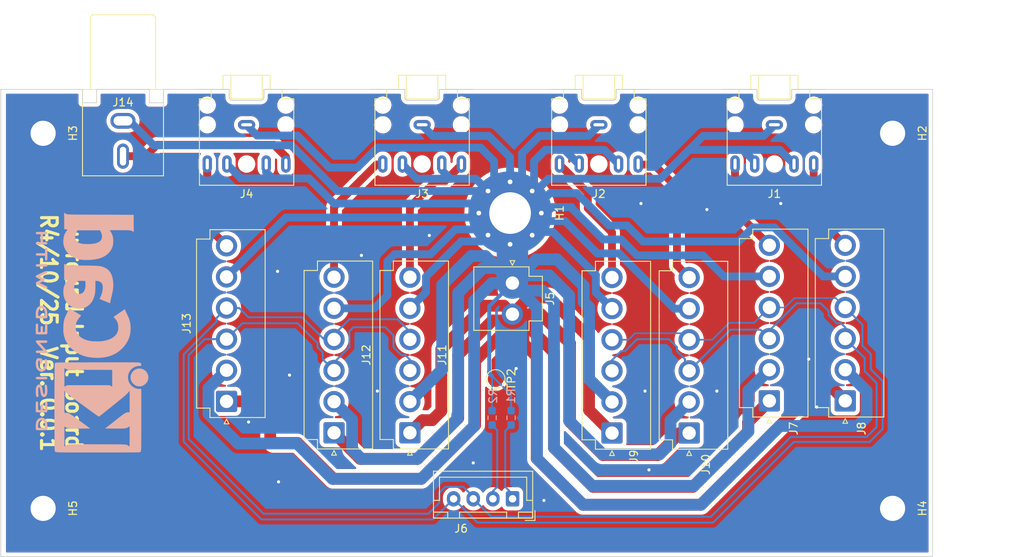
<source format=kicad_pcb>
(kicad_pcb (version 20211014) (generator pcbnew)
  (layers (0 "F.Cu" signal) (31 "B.Cu" signal) (34 "B.Paste" user) (35 "F.Paste" user) (36 "B.SilkS" user "B.Silkscreen") (37 "F.SilkS" user "F.Silkscreen") (38 "B.Mask" user) (39 "F.Mask" user) (44 "Edge.Cuts" user))
  (net 0 "")
  (net 1 "FR+")
  (net 2 "GNDA")
  (net 3 "FL+")
  (net 4 "RR+")
  (net 5 "RL+")
  (net 6 "SR+")
  (net 7 "SL+")
  (net 8 "SW+")
  (net 9 "C+")
  (net 10 "VBUS")
  (net 11 "Net-(J6-Pad1)")
  (net 12 "Net-(J6-Pad2)")
  (net 13 "POWER_EN")
  (net 14 "SND_EN")
  (net 15 "Earth_Clean")
  (footprint "Connector_JST:JST_VH_B6P-VH_1x06_P3.96mm_Vertical" (layer "F.Cu") (at 171.066 103.388 90)
    (fp_text reference "J9")
    (fp_text value "Conn_01x06_Female")
  )
  (footprint "Connector_JST:JST_VH_B2P-VH_1x02_P3.96mm_Vertical" (layer "F.Cu") (at 158.398 84.2955 -90)
    (fp_text reference "J5")
    (fp_text value "Conn_01x02_Female")
  )
  (footprint "MountingHole:MountingHole_3.2mm_M3_DIN965_Pad_TopBottom" (layer "F.Cu") (at 206.756 112.977 -90)
    (fp_text reference "H4")
    (fp_text value "MountingHole")
  )
  (footprint "MountingHole:MountingHole_3.2mm_M3_DIN965_Pad_TopBottom" (layer "F.Cu") (at 98.7044 65.2272 -90)
    (fp_text reference "H3")
    (fp_text value "MountingHole")
  )
  (footprint "MountingHole:MountingHole_3.2mm_M3_DIN965_Pad_TopBottom" (layer "F.Cu") (at 206.756 65.225 -90)
    (fp_text reference "H2")
    (fp_text value "MountingHole")
  )
  (footprint "MountingHole:MountingHole_5.3mm_M5_Pad_Via" (layer "F.Cu") (at 158.102 75.385 -90)
    (fp_text reference "H1")
    (fp_text value "MountingHole_Pad")
  )
  (footprint "Connector_Audio:Jack_3.5mm_CUI_SJ1-3525N_Horizontal" (layer "F.Cu") (at 146.9112 64.1392 180)
    (fp_text reference "J3")
    (fp_text value "AudioJack3_SwitchTR")
    (fp_line (start 2.2 4.5) (end 6.5 4.5) (layer "Edge.Cuts") (width 0.12))
    (fp_line (start 1.8 3.1) (end -1.8 3.1) (layer "Edge.Cuts") (width 0.12))
    (fp_line (start 2.2 3.5) (end 2.2 4.5) (layer "Edge.Cuts") (width 0.12))
    (fp_line (start -2.2 3.5) (end -2.2 4.5) (layer "Edge.Cuts") (width 0.12))
    (fp_line (start -2.2 4.5) (end -6.5 4.5) (layer "Edge.Cuts") (width 0.12))
    (fp_arc (start -2.2 3.5) (mid -2.082842 3.217158) (end -1.8 3.1) (layer "Edge.Cuts") (width 0.12))
    (fp_arc (start 1.8 3.1) (mid 2.082843 3.217157) (end 2.2 3.5) (layer "Edge.Cuts") (width 0.12))
  )
  (footprint "Connector_JST:JST_VH_B6P-VH_1x06_P3.96mm_Vertical" (layer "F.Cu") (at 122.034 99.353 90)
    (fp_text reference "J13")
    (fp_text value "Conn_01x06_Female" hide)
  )
  (footprint "Connector_Audio:Jack_3.5mm_CUI_SJ1-3525N_Horizontal" (layer "F.Cu") (at 191.7168 64.1392 180)
    (fp_text reference "J1")
    (fp_text value "AudioJack3_SwitchTR")
    (fp_line (start 1.8 3.1) (end -1.8 3.1) (layer "Edge.Cuts") (width 0.12))
    (fp_line (start -2.2 4.5) (end -6.5 4.5) (layer "Edge.Cuts") (width 0.12))
    (fp_line (start 2.2 4.5) (end 6.5 4.5) (layer "Edge.Cuts") (width 0.12))
    (fp_line (start 2.2 3.5) (end 2.2 4.5) (layer "Edge.Cuts") (width 0.12))
    (fp_line (start -2.2 3.5) (end -2.2 4.5) (layer "Edge.Cuts") (width 0.12))
    (fp_arc (start 1.8 3.1) (mid 2.082843 3.217157) (end 2.2 3.5) (layer "Edge.Cuts") (width 0.12))
    (fp_arc (start -2.2 3.5) (mid -2.082842 3.217158) (end -1.8 3.1) (layer "Edge.Cuts") (width 0.12))
  )
  (footprint "Connector_Audio:Jack_3.5mm_CUI_SJ1-3525N_Horizontal" (layer "F.Cu") (at 169.3902 64.1392 180)
    (fp_text reference "J2")
    (fp_text value "AudioJack3_SwitchTR")
    (fp_line (start 1.8 3.1) (end -1.8 3.1) (layer "Edge.Cuts") (width 0.12))
    (fp_line (start 2.2 4.5) (end 6.5 4.5) (layer "Edge.Cuts") (width 0.12))
    (fp_line (start -2.2 4.5) (end -6.5 4.5) (layer "Edge.Cuts") (width 0.12))
    (fp_line (start -2.2 3.5) (end -2.2 4.5) (layer "Edge.Cuts") (width 0.12))
    (fp_line (start 2.2 3.5) (end 2.2 4.5) (layer "Edge.Cuts") (width 0.12))
    (fp_arc (start 1.8 3.1) (mid 2.082843 3.217157) (end 2.2 3.5) (layer "Edge.Cuts") (width 0.12))
    (fp_arc (start -2.2 3.5) (mid -2.082842 3.217158) (end -1.8 3.1) (layer "Edge.Cuts") (width 0.12))
  )
  (footprint "Connector_JST:JST_VH_B6P-VH_1x06_P3.96mm_Vertical" (layer "F.Cu") (at 135.708 103.3505 90)
    (fp_text reference "J12")
    (fp_text value "Conn_01x06_Female")
  )
  (footprint "MountingHole:MountingHole_3.2mm_M3_DIN965_Pad_TopBottom" (layer "F.Cu") (at 98.7044 112.9792 -90)
    (fp_text reference "H5")
    (fp_text value "MountingHole")
  )
  (footprint "Connector_JST:JST_XH_B4B-XH-A_1x04_P2.50mm_Vertical" (layer "F.Cu") (at 158.416 111.76 180)
    (fp_text reference "J6")
    (fp_text value "Conn_01x04_Female")
  )
  (footprint "Connector_JST:JST_VH_B6P-VH_1x06_P3.96mm_Vertical" (layer "F.Cu") (at 145.36 103.3505 90)
    (fp_text reference "J11")
    (fp_text value "Conn_01x06_Female")
  )
  (footprint "Connector_JST:JST_VH_B6P-VH_1x06_P3.96mm_Vertical" (layer "F.Cu") (at 180.878 103.388 90)
    (fp_text reference "J10")
    (fp_text value "Conn_01x06_Female")
  )
  (footprint "TestPoint:TestPoint_Pad_D2.0mm" (layer "F.Cu") (at 156.2608 96.52 -90)
    (fp_text reference "TP2")
    (fp_text value "TestPoint")
  )
  (footprint "Connector_Audio:Jack_3.5mm_CUI_SJ1-3525N_Horizontal" (layer "F.Cu") (at 124.5846 64.1392 180)
    (fp_text reference "J4")
    (fp_text value "AudioJack3_SwitchTR")
    (fp_line (start 2.2 3.5) (end 2.2 4.5) (layer "Edge.Cuts") (width 0.12))
    (fp_line (start -2.2 4.5) (end -6.5 4.5) (layer "Edge.Cuts") (width 0.12))
    (fp_line (start 1.8 3.1) (end -1.8 3.1) (layer "Edge.Cuts") (width 0.12))
    (fp_line (start 2.2 4.5) (end 6.5 4.5) (layer "Edge.Cuts") (width 0.12))
    (fp_line (start -2.2 3.5) (end -2.2 4.5) (layer "Edge.Cuts") (width 0.12))
    (fp_arc (start -2.2 3.5) (mid -2.082842 3.217158) (end -1.8 3.1) (layer "Edge.Cuts") (width 0.12))
    (fp_arc (start 1.8 3.1) (mid 2.082843 3.217157) (end 2.2 3.5) (layer "Edge.Cuts") (width 0.12))
  )
  (footprint "Connector_JST:JST_VH_B6P-VH_1x06_P3.96mm_Vertical" (layer "F.Cu") (at 200.732 99.2865 90)
    (fp_text reference "J8")
    (fp_text value "Conn_01x06_Female")
  )
  (footprint "mylib:RJ-2410N" (layer "F.Cu") (at 108.8644 59.6392)
    (fp_text reference "J14")
    (fp_text value "Conn_Coaxial")
    (fp_line (start -5.15 0) (end -5.65 0) (layer "Edge.Cuts") (width 0.1))
    (fp_line (start 5.15 1.7) (end 5.15 0) (layer "Edge.Cuts") (width 0.1))
    (fp_line (start -3.35 0) (end -3.35 1.7) (layer "Edge.Cuts") (width 0.1))
    (fp_line (start 3.35 1.7) (end 3.35 0) (layer "Edge.Cuts") (width 0.1))
    (fp_line (start -3.35 1.7) (end -5.15 1.7) (layer "Edge.Cuts") (width 0.1))
    (fp_line (start -5.15 1.7) (end -5.15 0) (layer "Edge.Cuts") (width 0.1))
    (fp_line (start 5.15 0) (end 5.65 0) (layer "Edge.Cuts") (width 0.1))
    (fp_line (start -3.35 0) (end 3.35 0) (layer "Edge.Cuts") (width 0.1))
    (fp_line (start 5.15 1.7) (end 3.35 1.7) (layer "Edge.Cuts") (width 0.1))
  )
  (footprint "Connector_JST:JST_VH_B6P-VH_1x06_P3.96mm_Vertical" (layer "F.Cu") (at 191.08 99.2865 90)
    (fp_text reference "J7")
    (fp_text value "Conn_01x06_Female")
  )
  (footprint "Symbol:KiCad-Logo2_12mm_SilkScreen" (layer "B.Cu") (at 106.160294 90.616693 90)
    (fp_text reference "LOGO1" hide)
    (fp_text value "Logo_Open_Hardware_Small" hide)
  )
  (footprint "Resistor_SMD:R_0603_1608Metric_Pad0.98x0.95mm_HandSolder" (layer "B.Cu") (at 158.229 101.4495 -90)
    (fp_text reference "R1")
    (fp_text value "R" hide)
  )
  (footprint "Resistor_SMD:R_0603_1608Metric_Pad0.98x0.95mm_HandSolder" (layer "B.Cu") (at 155.816 101.4495 -90)
    (fp_text reference "R2")
    (fp_text value "R" hide)
  )
  (gr_line (start 211.836 119.1006) (end 211.836 59.6392) (layer "Edge.Cuts") (width 0.1))
  (gr_line (start 118.0846 59.6392) (end 114.5144 59.6392) (layer "Edge.Cuts") (width 0.1))
  (gr_line (start 93.3196 59.6392) (end 93.3196 119.1006) (layer "Edge.Cuts") (width 0.1))
  (gr_line (start 131.0846 59.6392) (end 140.4112 59.6392) (layer "Edge.Cuts") (width 0.1))
  (gr_line (start 198.2168 59.6392) (end 211.836 59.6392) (layer "Edge.Cuts") (width 0.1))
  (gr_line (start 93.3196 119.1006) (end 211.836 119.1006) (layer "Edge.Cuts") (width 0.1))
  (gr_line (start 103.2144 59.6392) (end 93.3196 59.6392) (layer "Edge.Cuts") (width 0.1))
  (gr_line (start 175.8902 59.6392) (end 185.2168 59.6392) (layer "Edge.Cuts") (width 0.1))
  (gr_line (start 153.4112 59.6392) (end 162.8902 59.6392) (layer "Edge.Cuts") (width 0.1))
  (gr_text "Surround Input Board\nR4/10/25  Ver. 0.0.1" (at 101.0158 90.6272 -90) (layer "F.SilkS") (effects (font (size 2 1.8) (thickness 0.4))))
  (segment (start 196.71 75.4645) (end 200.732 79.4865) (width 1) (layer "F.Cu") (net 1))
  (segment (start 196.71 75.4645) (end 196.7168 75.4577) (width 1) (layer "F.Cu") (net 1))
  (segment (start 196.7168 75.4577) (end 196.7168 69.1392) (width 1) (layer "F.Cu") (net 1))
  (segment (start 188.41525 103.17675) (end 181.483 110.109) (width 1.5) (layer "B.Cu") (net 2))
  (segment (start 187.4304 67.3392) (end 192.4168 67.3392) (width 1) (layer "B.Cu") (net 2))
  (segment (start 151.384 101.092) (end 151.384 101.6) (width 1.5) (layer "B.Cu") (net 2))
  (segment (start 192.405 102.489) (end 202.311 102.489) (width 1.5) (layer "B.Cu") (net 2))
  (segment (start 147.41 83.476) (end 147.41 85.4605) (width 1) (layer "B.Cu") (net 2))
  (segment (start 155.448 95.504) (end 155.448 87.2455) (width 0.5) (layer "B.Cu") (net 2))
  (segment (start 146.926 64.209) (end 148.276001 65.559001) (width 1) (layer "B.Cu") (net 2))
  (segment (start 155.448 95.758) (end 155.448 95.504) (width 0.5) (layer "B.Cu") (net 2))
  (segment (start 161.8031 68.1279) (end 162.5918 67.3392) (width 1) (layer "B.Cu") (net 2))
  (segment (start 154.345 67.056) (end 156.07 68.781) (width 1) (layer "B.Cu") (net 2))
  (segment (start 158.229 98.539) (end 155.448 95.758) (width 0.25) (layer "B.Cu") (net 2))
  (segment (start 169.875972 106.095028) (end 177.114972 106.095028) (width 1.5) (layer "B.Cu") (net 2))
  (segment (start 159.363 85.2605) (end 158.398 84.2955) (width 1.5) (layer "B.Cu") (net 2))
  (segment (start 180.1292 68.0898) (end 177.21 71.009) (width 1) (layer "B.Cu") (net 2))
  (segment (start 123.874 70.969) (end 126.135 70.969) (width 1) (layer "B.Cu") (net 2))
  (segment (start 156.07 68.781) (end 156.07 73.353) (width 1) (layer "B.Cu") (net 2))
  (segment (start 130.302 66.7512) (end 136.125051 72.574251) (width 1) (layer "B.Cu") (net 2))
  (segment (start 158.102 73.353) (end 158.61 73.861) (width 1) (layer "B.Cu") (net 2))
  (segment (start 165.024891 67.3392) (end 166.894691 69.209) (width 1) (layer "B.Cu") (net 2))
  (segment (start 109.7148 63.69) (end 112.776 66.7512) (width 1) (layer "B.Cu") (net 2))
  (segment (start 135.128 69.596) (end 138.684 69.596) (width 1) (layer "B.Cu") (net 2))
  (segment (start 165.915 74.729) (end 169.926 78.74) (width 1) (layer "B.Cu") (net 2))
  (segment (start 162.986 71.009) (end 159.88 74.115) (width 1) (layer "B.Cu") (net 2))
  (segment (start 161.8031 68.1279) (end 161.15 68.781) (width 1) (layer "B.Cu") (net 2))
  (segment (start 180.1292 68.0898) (end 180.8798 67.3392) (width 1) (layer "B.Cu") (net 2))
  (segment (start 141.224 67.056) (end 154.345 67.056) (width 1) (layer "B.Cu") (net 2))
  (segment (start 128.8085 76.7385) (end 129.4435 76.1035) (width 1) (layer "B.Cu") (net 2))
  (segment (start 191.71 64.209) (end 190.353999 65.565001) (width 1) (layer "B.Cu") (net 2))
  (segment (start 168.04469 65.559001) (end 161.831999 65.559001) (width 1) (layer "B.Cu") (net 2))
  (segment (start 153.53 102.502) (end 146.812 109.22) (width 1.5) (layer "B.Cu") (net 2))
  (segment (start 122.034 83.513) (end 128.8085 76.7385) (width 1) (layer "B.Cu") (net 2))
  (segment (start 155.816 96.152) (end 155.816 96.126) (width 0.2) (layer "B.Cu") (net 2))
  (segment (start 112.776 66.7512) (end 130.302 66.7512) (width 1) (layer "B.Cu") (net 2))
  (segment (start 143.40675 80.62125) (end 142.494 81.534) (width 1) (layer "B.Cu") (net 2))
  (segment (start 155.448 87.2455) (end 158.398 84.2955) (width 0.5) (layer "B.Cu") (net 2))
  (segment (start 163.436 74.623) (end 165.915 74.623) (width 1) (layer "B.Cu") (net 2))
  (segment (start 151.498 100.978) (end 151.384 101.092) (width 1.5) (layer "B.Cu") (net 2))
  (segment (start 188.41525 97.99125) (end 188.41525 103.17675) (width 1.5) (layer "B.Cu") (net 2))
  (segment (start 165.024891 67.3392) (end 170.0902 67.3392) (width 1) (layer "B.Cu") (net 2))
  (segment (start 189.2168 68.8208) (end 189.2168 69.1392) (width 1) (layer "B.Cu") (net 2))
  (segment (start 192.4168 67.3392) (end 194.2168 69.1392) (width 1) (layer "B.Cu") (net 2))
  (segment (start 180.1292 68.0898) (end 180.8332 67.3858) (width 1) (layer "B.Cu") (net 2))
  (segment (start 126.135 70.969) (end 127.865 70.969) (width 1) (layer "B.Cu") (net 2))
  (segment (start 142.494 81.534) (end 142.494 85.852) (width 1) (layer "B.Cu") (net 2))
  (segment (start 153.726 71.009) (end 150.511 71.009) (width 1) (layer "B.Cu") (net 2))
  (segment (start 191.08 95.3265) (end 188.41525 97.99125) (width 1.5) (layer "B.Cu") (net 2))
  (segment (start 180.8798 67.3392) (end 187.4304 67.3392) (width 1) (layer "B.Cu") (net 2))
  (segment (start 182.653999 65.565001) (end 180.708 67.511) (width 1) (layer "B.Cu") (net 2))
  (segment (start 177.114972 106.095028) (end 178.507 104.703) (width 1.5) (layer "B.Cu") (net 2))
  (segment (start 180.708 67.511) (end 180.1292 68.0898) (width 1) (layer "B.Cu") (net 2))
  (segment (start 136.125051 72.574251) (end 155.291251 72.574251) (width 1) (layer "B.Cu") (net 2))
  (segment (start 168.656 97.028) (end 168.666 97.028) (width 1.5) (layer "B.Cu") (net 2))
  (segment (start 123.501472 104.717528) (end 119.734 100.950056) (width 1.5) (layer "B.Cu") (net 2))
  (segment (start 131.051001 65.519001) (end 135.128 69.596) (width 1) (layer "B.Cu") (net 2))
  (segment (start 165.608 101.827056) (end 169.875972 106.095028) (width 1.5) (layer "B.Cu") (net 2))
  (segment (start 156.885 74.168) (end 135.7122 74.168) (width 1) (layer "B.Cu") (net 2))
  (segment (start 182.626 80.772) (end 185.3005 83.4465) (width 1) (layer "B.Cu") (net 2))
  (segment (start 161.5235 106.6595) (end 167.386 112.522) (width 1.5) (layer "B.Cu") (net 2))
  (segment (start 159.626 67.765) (end 159.626 73.861) (width 1) (layer "B.Cu") (net 2))
  (segment (start 167.4695 86.6975) (end 168.148 87.376) (width 1.5) (layer "B.Cu") (net 2))
  (segment (start 168.148 96.52) (end 168.656 97.028) (width 1.5) (layer "B.Cu") (net 2))
  (segment (start 188.976 77.216) (end 187.198 78.994) (width 1) (layer "B.Cu") (net 2))
  (segment (start 171.958 80.518) (end 178.988 87.548) (width 1) (layer "B.Cu") (net 2))
  (segment (start 155.388001 65.559001) (end 158.102 68.273) (width 1) (layer "B.Cu") (net 2))
  (segment (start 158.398 81.777) (end 158.398 75.597) (width 4) (layer "B.Cu") (net 2))
  (segment (start 163.69 86.728) (end 162.2225 85.2605) (width 1.5) (layer "B.Cu") (net 2))
  (segment (start 172.974 76.962) (end 170.688 76.962) (width 1) (layer "B.Cu") (net 2))
  (segment (start 122.074 69.169) (end 123.874 70.969) (width 1) (layer "B.Cu") (net 2))
  (segment (start 125.924001 65.519001) (end 131.051001 65.519001) (width 1) (layer "B.Cu") (net 2))
  (segment (start 138.008 101.6905) (end 135.708 99.3905) (width 1.5) (layer "B.Cu") (net 2))
  (segment (start 190.353999 65.565001) (end 182.653999 65.565001) (width 1) (layer "B.Cu") (net 2))
  (segment (start 165.608 85.852) (end 165.608 101.827056) (width 1.5) (layer "B.Cu") (net 2))
  (segment (start 158.398 84.2955) (end 156.4725 82.37) (width 1.5) (layer "B.Cu") (net 2))
  (segment (start 169.196862 80.518) (end 171.958 80.518) (width 1) (layer "B.Cu") (net 2))
  (segment (start 151.384 101.6) (end 146.304 106.68) (width 1.5) (layer "B.Cu") (net 2))
  (segment (start 178.507 101.799) (end 180.878 99.428) (width 1.5) (layer "B.Cu") (net 2))
  (segment (start 155.448 95.504) (end 155.448 95.784) (width 0.5) (layer "B.Cu") (net 2))
  (segment (start 162.2225 85.2605) (end 159.363 85.2605) (width 1.5) (layer "B.Cu") (net 2))
  (segment (start 151.498 85.545) (end 151.498 100.978) (width 1.5) (layer "B.Cu") (net 2))
  (segment (start 151.13 77.47) (end 147.97875 80.62125) (width 1) (layer "B.Cu") (net 2))
  (segment (start 127.865 70.969) (end 132.5132 70.969) (width 1) (layer "B.Cu") (net 2))
  (segment (start 155.816 100.537) (end 155.816 96.152) (width 0.2) (layer "B.Cu") (net 2))
  (segment (start 170.688 76.962) (end 166.571 72.845) (width 1) (layer "B.Cu") (net 2))
  (segment (start 163.068 83.312) (end 165.608 85.852) (width 1.5) (layer "B.Cu") (net 2))
  (segment (start 164.084 81.28) (end 167.4695 84.6655) (width 1.5) (layer "B.Cu") (net 2))
  (segment (start 150.511 71.009) (end 146.226 71.009) (width 1) (layer "B.Cu") (net 2))
  (segment (start 127.865 70.969) (end 127.074 70.178) (width 1) (layer "B.Cu") (net 2))
  (segment (start 151.257 79.629) (end 147.41 83.476) (width 1) (layer "B.Cu") (net 2))
  (segment (start 158.398 84.2955) (end 158.398 81.777) (width 4) (layer "B.Cu") (net 2))
  (segment (start 108.8644 63.69) (end 109.7148 63.69) (width 1) (layer "B.Cu") (net 2))
  (segment (start 171.066 87.548) (end 169.013 85.495) (width 1) (layer "B.Cu") (net 2))
  (segment (start 180.708 67.511) (end 180.81 67.409) (width 1) (layer "B.Cu") (net 2))
  (segment (start 131.006528 104.717528) (end 135.509 109.22) (width 1.5) (layer "B.Cu") (net 2))
  (segment (start 162.5918 67.3392) (end 165.024891 67.3392) (width 1) (layer "B.Cu") (net 2))
  (segment (start 158.398 84.2955) (end 159.3815 83.312) (width 1.5) (layer "B.Cu") (net 2))
  (segment (start 142.494 85.852) (end 140.8355 87.5105) (width 1) (layer "B.Cu") (net 2))
  (segment (start 169.013 83.248) (end 163.55575 77.79075) (width 1) (layer "B.Cu") (net 2))
  (segment (start 187.7352 67.3392) (end 189.2168 68.8208) (width 1) (layer "B.Cu") (net 2))
  (segment (start 147.41 85.4605) (end 145.36 87.5105) (width 1) (layer "B.Cu") (net 2))
  (segment (start 127.074 70.178) (end 127.074 69.169) (width 1) (layer "B.Cu") (net 2))
  (segment (start 191.708638 77.216) (end 188.976 77.216) (width 1) (layer "B.Cu") (net 2))
  (segment (start 200.732 83.4465) (end 197.939138 83.4465) (width 1) (layer "B.Cu") (net 2))
  (segment (start 119.734 100.950056) (end 119.734 97.693) (width 1.5) (layer "B.Cu") (net 2))
  (segment (start 168.148 87.376) (end 168.148 96.52) (width 1.5) (layer "B.Cu") (net 2))
  (segment (start 159.626 73.861) (end 158.102 75.385) (width 1) (layer "B.Cu") (net 2))
  (segment (start 161.8031 68.1279) (end 162.5452 67.3858) (width 1) (layer "B.Cu") (net 2))
  (segment (start 185.3005 83.4465) (end 191.08 83.4465) (width 1) (layer "B.Cu") (net 2))
  (segment (start 167.386 112.522) (end 182.372 112.522) (width 1.5) (layer "B.Cu") (net 2))
  (segment (start 182.372 112.522) (end 192.405 102.489) (width 1.5) (layer "B.Cu") (net 2))
  (segment (start 161.658 74.369) (end 159.626 74.369) (width 1) (layer "B.Cu") (net 2))
  (segment (start 158.398 75.597) (end 156.154 73.353) (width 1) (layer "B.Cu") (net 2))
  (segment (start 151.892 78.994) (end 154.493 78.994) (width 1) (layer "B.Cu") (net 2))
  (segment (start 162.674 75.385) (end 163.436 74.623) (width 1) (layer "B.Cu") (net 2))
  (segment (start 158.102 68.273) (end 158.102 75.385) (width 1) (layer "B.Cu") (net 2))
  (segment (start 138.684 69.596) (end 141.224 67.056) (width 1) (layer "B.Cu") (net 2))
  (segment (start 123.501472 104.717528) (end 131.006528 104.717528) (width 1.5) (layer "B.Cu") (net 2))
  (segment (start 158.102 75.385) (end 156.885 74.168) (width 1) (layer "B.Cu") (net 2))
  (segment (start 138.008 105.496) (end 138.008 101.6905) (width 1.5) (layer "B.Cu") (net 2))
  (segment (start 146.812 109.22) (end 135.509 109.22) (width 1.5) (layer "B.Cu") (net 2))
  (segment (start 146.304 106.68) (end 139.192 106.68) (width 1.5) (layer "B.Cu") (net 2))
  (segment (start 140.8355 87.5105) (end 135.708 87.5105) (width 1) (layer "B.Cu") (net 2))
  (segment (start 158.229 100.537) (end 158.229 98.539) (width 0.25) (layer "B.Cu") (net 2))
  (segment (start 161.4135 81.28) (end 164.084 81.28) (width 1.5) (layer "B.Cu") (net 2))
  (segment (start 159.3815 83.312) (end 163.068 83.312) (width 1.5) (layer "B.Cu") (net 2))
  (segment (start 172.212 78.74) (end 174.244 80.772) (width 1) (layer "B.Cu") (net 2))
  (segment (start 148.276001 65.559001) (end 155.388001 65.559001) (width 1) (layer "B.Cu") (net 2))
  (segment (start 161.831999 65.559001) (end 159.626 67.765) (width 1) (layer "B.Cu") (net 2))
  (segment (start 158.398 84.2955) (end 155.7955 84.2955) (width 1.5) (layer "B.Cu") (net 2))
  (segment (start 168.666 97.028) (end 171.066 99.428) (width 1.5) (layer "B.Cu") (net 2))
  (segment (start 168.529 110.109) (end 163.69 105.27) (width 1.5) (layer "B.Cu") (net 2))
  (segment (start 165.915 74.623) (end 165.915 74.729) (width 1) (layer "B.Cu") (net 2))
  (segment (start 154.673 82.37) (end 151.498 85.545) (width 1.5) (layer "B.Cu") (net 2))
  (segment (start 155.816 96.126) (end 155.448 95.758) (width 0.2) (layer "B.Cu") (net 2))
  (segment (start 158.102 75.385) (end 153.726 71.009) (width 1) (layer "B.Cu") (net 2))
  (segment (start 169.926 78.74) (end 172.212 78.74) (width 1) (layer "B.Cu") (net 2))
  (segment (start 203.454 98.0485) (end 200.732 95.3265) (width 1.5) (layer "B.Cu") (net 2))
  (segment (start 197.939138 83.4465) (end 191.708638 77.216) (width 1) (layer "B.Cu") (net 2))
  (segment (start 154.493 78.994) (end 158.102 75.385) (width 1) (layer "B.Cu") (net 2))
  (segment (start 167.4695 84.6655) (end 167.4695 86.6975) (width 1.5) (layer "B.Cu") (net 2))
  (segment (start 149.466 84.529) (end 153.149 80.846) (width 1.5) (layer "B.Cu") (net 2))
  (segment (start 129.601 75.946) (end 157.541 75.946) (width 1) (layer "B.Cu") (net 2))
  (segment (start 132.5132 70.969) (end 135.7122 74.168) (width 1) (layer "B.Cu") (net 2))
  (segment (start 156.4725 82.37) (end 154.673 82.37) (width 1.5) (layer "B.Cu") (net 2))
  (segment (start 151.13 77.47) (end 156.017 77.47) (width 1) (layer "B.Cu") (net 2))
  (segment (start 158.398 84.2955) (end 161.4135 81.28) (width 1.5) (layer "B.Cu") (net 2))
  (segment (start 156.578 71.829) (end 158.102 73.353) (width 1) (layer "B.Cu") (net 2))
  (segment (start 153.149 80.846) (end 154.9485 80.846) (width 1.5) (layer "B.Cu") (net 2))
  (segment (start 146.226 71.009) (end 144.426 69.209) (width 1) (layer "B.Cu") (net 2))
  (segment (start 119.734 97.693) (end 122.034 95.393) (width 1.5) (layer "B.Cu") (net 2))
  (segment (start 163.182 72.845) (end 161.658 74.369) (width 1) (layer "B.Cu") (net 2))
  (segment (start 175.006 78.994) (end 172.974 76.962) (width 1) (layer "B.Cu") (net 2))
  (segment (start 159.626 74.369) (end 158.61 75.385) (width 1) (layer "B.Cu") (net 2))
  (segment (start 149.466 95.2845) (end 149.466 84.529) (width 1.5) (layer "B.Cu") (net 2))
  (segment (start 128.8085 76.7385) (end 129.601 75.946) (width 1) (layer "B.Cu") (net 2))
  (segment (start 165.079862 76.401) (end 169.196862 80.518) (width 1) (layer "B.Cu") (net 2))
  (segment (start 155.448 95.784) (end 155.816 96.152) (width 0.5) (layer "B.Cu") (net 2))
  (segment (start 203.454 101.346) (end 203.454 98.0485) (width 1.5) (layer "B.Cu") (net 2))
  (segment (start 163.55575 77.79075) (end 160.59175 77.79075) (width 1) (layer "B.Cu") (net 2))
  (segment (start 178.507 104.703) (end 178.507 101.799) (width 1.5) (layer "B.Cu") (net 2))
  (segment (start 151.257 79.629) (end 151.892 78.994) (width 1) (layer "B.Cu") (net 2))
  (segment (start 169.394691 64.209) (end 168.04469 65.559001) (width 1) (layer "B.Cu") (net 2))
  (segment (start 187.198 78.994) (end 175.006 78.994) (width 1) (layer "B.Cu") (net 2))
  (segment (start 139.192 106.68) (end 138.008 105.496) (width 1.5) (layer "B.Cu") (net 2))
  (segment (start 154.9485 80.846) (end 158.398 84.2955) (width 1.5) (layer "B.Cu") (net 2))
  (segment (start 155.7955 84.2955) (end 153.53 86.561) (width 1.5) (layer "B.Cu") (net 2))
  (segment (start 159.626 76.401) (end 165.079862 76.401) (width 1) (layer "B.Cu") (net 2))
  (segment (start 161.5235 87.421) (end 161.5235 106.6595) (width 1.5) (layer "B.Cu") (net 2))
  (segment (start 178.988 87.548) (end 180.878 87.548) (width 1) (layer "B.Cu") (net 2))
  (segment (start 169.013 85.495) (end 169.013 83.248) (width 1) (layer "B.Cu") (net 2))
  (segment (start 158.398 84.2955) (end 161.5235 87.421) (width 1.5) (layer "B.Cu") (net 2))
  (segment (start 166.571 72.845) (end 163.182 72.845) (width 1) (layer "B.Cu") (net 2))
  (segment (start 181.483 110.109) (end 168.529 110.109) (width 1.5) (layer "B.Cu") (net 2))
  (segment (start 153.53 86.561) (end 153.53 102.502) (width 1.5) (layer "B.Cu") (net 2))
  (segment (start 170.0902 67.3392) (end 171.8902 69.1392) (width 1) (layer "B.Cu") (net 2))
  (segment (start 202.311 102.489) (end 203.454 101.346) (width 1.5) (layer "B.Cu") (net 2))
  (segment (start 147.97875 80.62125) (end 143.40675 80.62125) (width 1) (layer "B.Cu") (net 2))
  (segment (start 149.426 69.209) (end 149.426 69.924) (width 1) (layer "B.Cu") (net 2))
  (segment (start 177.21 71.009) (end 162.986 71.009) (width 1) (layer "B.Cu") (net 2))
  (segment (start 149.426 69.924) (end 150.511 71.009) (width 1) (layer "B.Cu") (net 2))
  (segment (start 174.244 80.772) (end 182.626 80.772) (width 1) (layer "B.Cu") (net 2))
  (segment (start 187.4304 67.3392) (end 187.7352 67.3392) (width 1) (layer "B.Cu") (net 2))
  (segment (start 145.36 99.3905) (end 149.466 95.2845) (width 1.5) (layer "B.Cu") (net 2))
  (segment (start 163.69 105.27) (end 163.69 86.728) (width 1.5) (layer "B.Cu") (net 2))
  (segment (start 124.574 64.169) (end 125.924001 65.519001) (width 1) (layer "B.Cu") (net 2))
  (segment (start 161.15 68.781) (end 161.15 72.337) (width 1) (layer "B.Cu") (net 2))
  (segment (start 186.71 69.209) (end 186.71 75.1165) (width 1) (layer "F.Cu") (net 3))
  (segment (start 186.71 75.1165) (end 191.08 79.4865) (width 1) (layer "F.Cu") (net 3))
  (segment (start 179.328 72.14) (end 179.328 82.038) (width 1) (layer "F.Cu") (net 4))
  (segment (start 176.397 69.209) (end 179.328 72.14) (width 1) (layer "F.Cu") (net 4))
  (segment (start 179.328 82.038) (end 180.878 83.588) (width 1) (layer "F.Cu") (net 4))
  (segment (start 174.394691 69.209) (end 176.397 69.209) (width 1) (layer "F.Cu") (net 4))
  (segment (start 167.988846 74.770846) (end 167.988846 72.803154) (width 1) (layer "F.Cu") (net 5))
  (segment (start 171.066 77.848) (end 171.066 83.588) (width 1) (layer "F.Cu") (net 5))
  (segment (start 171.066 77.848) (end 167.988846 74.770846) (width 1) (layer "F.Cu") (net 5))
  (segment (start 164.394691 69.209) (end 167.988846 72.803154) (width 1) (layer "F.Cu") (net 5))
  (segment (start 145.36 74.604) (end 148.556 71.408) (width 1) (layer "F.Cu") (net 6))
  (segment (start 151.926 69.209) (end 149.727 71.408) (width 1) (layer "F.Cu") (net 6))
  (segment (start 149.727 71.408) (end 148.556 71.408) (width 1) (layer "F.Cu") (net 6))
  (segment (start 145.36 83.5505) (end 145.36 74.604) (width 1) (layer "F.Cu") (net 6))
  (segment (start 135.708 83.5505) (end 135.708 74.604) (width 1) (layer "F.Cu") (net 7))
  (segment (start 141.103 69.209) (end 141.926 69.209) (width 1) (layer "F.Cu") (net 7))
  (segment (start 135.708 74.604) (end 141.103 69.209) (width 1) (layer "F.Cu") (net 7))
  (segment (start 113.1824 66.7004) (end 128.0668 66.7004) (width 1) (layer "F.Cu") (net 8))
  (segment (start 128.0668 66.7004) (end 129.587 68.2206) (width 1) (layer "F.Cu") (net 8))
  (segment (start 111.7436 68.1392) (end 113.1824 66.7004) (width 1) (layer "F.Cu") (net 8))
  (segment (start 108.8644 68.1392) (end 111.7436 68.1392) (width 1) (layer "F.Cu") (net 8))
  (segment (start 129.587 68.2206) (end 129.587 69.1462) (width 1) (layer "F.Cu") (net 8))
  (segment (start 120.237 77.756) (end 119.5846 77.1036) (width 1) (layer "F.Cu") (net 9))
  (segment (start 119.574 69.169) (end 119.574 77.093) (width 1) (layer "F.Cu") (net 9))
  (segment (start 119.5846 77.1036) (end 119.5846 69.1392) (width 1) (layer "F.Cu") (net 9))
  (segment (start 119.574 77.093) (end 120.237 77.756) (width 1) (layer "F.Cu") (net 9))
  (segment (start 120.237 77.756) (end 122.034 79.553) (width 1) (layer "F.Cu") (net 9))
  (segment (start 157.3153 87.1728) (end 158.398 88.2555) (width 1.5) (layer "F.Cu") (net 10))
  (segment (start 163.69 93.1288) (end 160.0012 89.44) (width 1.5) (layer "F.Cu") (net 10))
  (segment (start 168.148 91.2368) (end 168.148 100.47) (width 1.5) (layer "F.Cu") (net 10))
  (segment (start 179.695 103.388) (end 176.891 106.192) (width 1.5) (layer "F.Cu") (net 10))
  (segment (start 198.4735 97.028) (end 195.58 97.028) (width 1.5) (layer "F.Cu") (net 10))
  (segment (start 169.92 106.192) (end 165.722 101.994) (width 1.5) (layer "F.Cu") (net 10))
  (segment (start 158.398 89.059) (end 155.858 89.059) (width 1.5) (layer "F.Cu") (net 10))
  (segment (start 156.1084 87.1728) (end 157.3153 87.1728) (width 1.5) (layer "F.Cu") (net 10))
  (segment (start 168.148 100.47) (end 171.066 103.388) (width 1.5) (layer "F.Cu") (net 10))
  (segment (start 200.732 99.2865) (end 198.4735 97.028) (width 1.5) (layer "F.Cu") (net 10))
  (segment (start 163.69 93.6114) (end 163.69 105.27) (width 1.5) (layer "F.Cu") (net 10))
  (segment (start 158.398 88.2555) (end 160.52505 86.12845) (width 1.5) (layer "F.Cu") (net 10))
  (segment (start 146.96125 101.74925) (end 148.18675 101.74925) (width 1.5) (layer "F.Cu") (net 10))
  (segment (start 168.656 110.236) (end 181.356 110.236) (width 1.5) (layer "F.Cu") (net 10))
  (segment (start 148.18675 101.74925) (end 149.352 100.584) (width 1.5) (layer "F.Cu") (net 10))
  (segment (start 126.531 99.353) (end 122.034 99.353) (width 1.5) (layer "F.Cu") (net 10))
  (segment (start 163.03965 86.12845) (end 168.148 91.2368) (width 1.5) (layer "F.Cu") (net 10))
  (segment (start 165.722 101.994) (end 165.722 91.9604) (width 1.5) (layer "F.Cu") (net 10))
  (segment (start 180.878 103.388) (end 179.695 103.388) (width 1.5) (layer "F.Cu") (net 10))
  (segment (start 182.372 112.522) (end 167.386 112.522) (width 1.5) (layer "F.Cu") (net 10))
  (segment (start 159.7914 91.948) (end 159.7914 90.4524) (width 1.5) (layer "F.Cu") (net 10))
  (segment (start 194.437 100.457) (end 182.372 112.522) (width 1.5) (layer "F.Cu") (net 10))
  (segment (start 161.4932 106.6292) (end 161.4932 93.6498) (width 1.5) (layer "F.Cu") (net 10))
  (segment (start 161.4932 93.6498) (end 159.7914 91.948) (width 1.5) (layer "F.Cu") (net 10))
  (segment (start 157.6197 92.8243) (end 158.398 92.046) (width 1) (layer "F.Cu") (net 10))
  (segment (start 163.69 105.27) (end 168.656 110.236) (width 1.5) (layer "F.Cu") (net 10))
  (segment (start 167.386 112.522) (end 161.4932 106.6292) (width 1.5) (layer "F.Cu") (net 10))
  (segment (start 127.588 104.22) (end 127.588 100.41) (width 1.5) (layer "F.Cu") (net 10))
  (segment (start 162.0171 88.2555) (end 158.398 88.2555) (width 1.5) (layer "F.Cu") (net 10))
  (segment (start 158.398 88.2555) (end 159.8807 89.7382) (width 1.5) (layer "F.Cu") (net 10))
  (segment (start 156.1062 87.175) (end 156.1084 87.1728) (width 1.5) (layer "F.Cu") (net 10))
  (segment (start 131.064 104.648) (end 128.016 104.648) (width 1.5) (layer "F.Cu") (net 10))
  (segment (start 194.437 98.171) (end 194.437 100.457) (width 1.5) (layer "F.Cu") (net 10))
  (segment (start 146.304 106.68) (end 139.0375 106.68) (width 1.5) (layer "F.Cu") (net 10))
  (segment (start 151.498 101.486) (end 146.304 106.68) (width 1.5) (layer "F.Cu") (net 10))
  (segment (start 146.812 109.22) (end 135.636 109.22) (width 1.5) (layer "F.Cu") (net 10))
  (segment (start 153.657 102.375) (end 146.812 109.22) (width 1.5) (layer "F.Cu") (net 10))
  (segment (start 127.588 100.41) (end 126.531 99.353) (width 1.5) (layer "F.Cu") (net 10))
  (segment (start 195.58 97.028) (end 194.437 98.171) (width 1.5) (layer "F.Cu") (net 10))
  (segment (start 165.722 91.9604) (end 162.0171 88.2555) (width 1.5) (layer "F.Cu") (net 10))
  (segment (start 159.7914 90.4524) (end 158.398 89.059) (width 1.5) (layer "F.Cu") (net 10))
  (segment (start 156.2608 94.1832) (end 156.2608 96.52) (width 1) (layer "F.Cu") (net 10))
  (segment (start 158.398 89.44) (end 153.657 94.181) (width 1.5) (layer "F.Cu") (net 10))
  (segment (start 157.6197 92.8243) (end 156.2608 94.1832) (width 1) (layer "F.Cu") (net 10))
  (segment (start 163.69 93.6114) (end 163.69 93.1288) (width 1.5) (layer "F.Cu") (net 10))
  (segment (start 145.36 103.3505) (end 146.96125 101.74925) (width 1.5) (layer "F.Cu") (net 10))
  (segment (start 154.887 87.175) (end 156.1062 87.175) (width 1.5) (layer "F.Cu") (net 10))
  (segment (start 149.352 92.71) (end 154.887 87.175) (width 1.5) (layer "F.Cu") (net 10))
  (segment (start 135.636 109.22) (end 131.064 104.648) (width 1.5) (layer "F.Cu") (net 10))
  (segment (start 156.718 93.726) (end 157.6197 92.8243) (width 1) (layer "F.Cu") (net 10))
  (segment (start 160.0012 89.44) (end 158.398 89.44) (width 1.5) (layer "F.Cu") (net 10))
  (segment (start 160.52505 86.12845) (end 163.03965 86.12845) (width 1.5) (layer "F.Cu") (net 10))
  (segment (start 139.0375 106.68) (end 135.708 103.3505) (width 1.5) (layer "F.Cu") (net 10))
  (segment (start 176.891 106.192) (end 169.92 106.192) (width 1.5) (layer "F.Cu") (net 10))
  (segment (start 153.657 94.181) (end 153.657 102.375) (width 1.5) (layer "F.Cu") (net 10))
  (segment (start 151.498 93.419) (end 151.498 101.486) (width 1.5) (layer "F.Cu") (net 10))
  (segment (start 149.352 100.584) (end 149.352 92.71) (width 1.5) (layer "F.Cu") (net 10))
  (segment (start 188.36325 102.00325) (end 191.08 99.2865) (width 1.5) (layer "F.Cu") (net 10))
  (segment (start 158.398 92.046) (end 158.398 88.2555) (width 1) (layer "F.Cu") (net 10))
  (segment (start 128.016 104.648) (end 127.588 104.22) (width 1.5) (layer "F.Cu") (net 10))
  (segment (start 181.356 110.236) (end 188.36325 103.22875) (width 1.5) (layer "F.Cu") (net 10))
  (segment (start 188.36325 103.22875) (end 188.36325 102.00325) (width 1.5) (layer "F.Cu") (net 10))
  (segment (start 155.858 89.059) (end 151.498 93.419) (width 1.5) (layer "F.Cu") (net 10))
  (segment (start 158.229 102.362) (end 158.229 102.375) (width 0.25) (layer "B.Cu") (net 11))
  (segment (start 157.48 103.124) (end 157.48 110.236) (width 0.25) (layer "B.Cu") (net 11))
  (segment (start 157.48 110.236) (end 158.416 111.172) (width 0.25) (layer "B.Cu") (net 11))
  (segment (start 158.416 111.172) (end 158.416 111.76) (width 0.25) (layer "B.Cu") (net 11))
  (segment (start 158.229 102.375) (end 157.48 103.124) (width 0.25) (layer "B.Cu") (net 11))
  (segment (start 155.916 110.784) (end 156.464 110.236) (width 0.25) (layer "B.Cu") (net 12))
  (segment (start 156.464 110.236) (end 156.464 103.01) (width 0.25) (layer "B.Cu") (net 12))
  (segment (start 155.916 111.76) (end 155.916 110.784) (width 0.25) (layer "B.Cu") (net 12))
  (segment (start 156.464 103.01) (end 155.816 102.362) (width 0.25) (layer "B.Cu") (net 12))
  (segment (start 180.878 95.468) (end 186.12175 90.22425) (width 0.25) (layer "B.Cu") (net 13))
  (segment (start 144.272 93.472) (end 144.78 93.472) (width 0.25) (layer "B.Cu") (net 13))
  (segment (start 147.701 113.665) (end 126.746 113.665) (width 0.25) (layer "B.Cu") (net 13))
  (segment (start 178.308 91.44) (end 179.324 92.456) (width 0.25) (layer "B.Cu") (net 13))
  (segment (start 191.08 91.3665) (end 191.08 90.352) (width 0.25) (layer "B.Cu") (net 13))
  (segment (start 189.93775 90.22425) (end 191.08 91.3665) (width 0.25) (layer "B.Cu") (net 13))
  (segment (start 137.668 90.424) (end 138.176 89.916) (width 0.25) (layer "B.Cu") (net 13))
  (segment (start 194.564 86.868) (end 197.612 86.868) (width 0.25) (layer "B.Cu") (net 13))
  (segment (start 204.724 97.028) (end 203.2 95.504) (width 0.25) (layer "B.Cu") (net 13))
  (segment (start 180.34 93.98) (end 180.34 94.93) (width 0.25) (layer "B.Cu") (net 13))
  (segment (start 198.628 88.392) (end 199.644 89.408) (width 0.25) (layer "B.Cu") (net 13))
  (segment (start 203.454 103.886) (end 204.724 102.616) (width 0.25) (layer "B.Cu") (net 13))
  (segment (start 152.146 110.236) (end 149.86 110.236) (width 0.25) (layer "B.Cu") (net 13))
  (segment (start 200.732 89.9372) (end 200.732 91.3665) (width 0.25) (layer "B.Cu") (net 13))
  (segment (start 143.256 90.932) (end 143.256 92.456) (width 0.25) (layer "B.Cu") (net 13))
  (segment (start 179.324 92.964) (end 180.34 93.98) (width 0.25) (layer "B.Cu") (net 13))
  (segment (start 135.708 94.416) (end 137.668 92.456) (width 0.25) (layer "B.Cu") (net 13))
  (segment (start 203.2 93.8345) (end 203.2 95.504) (width 0.25) (layer "B.Cu") (net 13))
  (segment (start 172.212 92.964) (end 172.72 92.964) (width 0.25) (layer "B.Cu") (net 13))
  (segment (start 200.732 91.3665) (end 203.2 93.8345) (width 0.25) (layer "B.Cu") (net 13))
  (segment (start 171.066 94.11) (end 172.212 92.964) (width 0.25) (layer "B.Cu") (net 13))
  (segment (start 134.2575 93.1095) (end 133.604 92.456) (width 0.25) (layer "B.Cu") (net 13))
  (segment (start 198.628 87.884) (end 198.628 88.392) (width 0.25) (layer "B.Cu") (net 13))
  (segment (start 117.221 93.472) (end 119.26 91.433) (width 0.25) (layer "B.Cu") (net 13))
  (segment (start 180.34 94.93) (end 180.878 95.468) (width 0.25) (layer "B.Cu") (net 13))
  (segment (start 149.86 110.236) (end 149.098 110.998) (width 0.25) (layer "B.Cu") (net 13))
  (segment (start 197.612 86.868) (end 198.628 87.884) (width 0.25) (layer "B.Cu") (net 13))
  (segment (start 174.244 91.44) (end 178.308 91.44) (width 0.25) (layer "B.Cu") (net 13))
  (segment (start 193.802 103.886) (end 203.454 103.886) (width 0.25) (layer "B.Cu") (net 13))
  (segment (start 137.668 92.456) (end 137.668 90.424) (width 0.25) (layer "B.Cu") (net 13))
  (segment (start 149.098 112.268) (end 147.701 113.665) (width 0.25) (layer "B.Cu") (net 13))
  (segment (start 200.2028 89.408) (end 200.732 89.9372) (width 0.25) (layer "B.Cu") (net 13))
  (segment (start 179.324 92.456) (end 179.324 92.964) (width 0.25) (layer "B.Cu") (net 13))
  (segment (start 191.08 90.352) (end 194.564 86.868) (width 0.25) (layer "B.Cu") (net 13))
  (segment (start 153.416 111.506) (end 152.146 110.236) (width 0.25) (layer "B.Cu") (net 13))
  (segment (start 172.72 92.964) (end 174.244 91.44) (width 0.25) (layer "B.Cu") (net 13))
  (segment (start 117.221 104.14) (end 117.221 93.472) (width 0.25) (layer "B.Cu") (net 13))
  (segment (start 143.256 92.456) (end 144.272 93.472) (width 0.25) (layer "B.Cu") (net 13))
  (segment (start 155.702 114.046) (end 183.642 114.046) (width 0.25) (layer "B.Cu") (net 13))
  (segment (start 153.416 111.76) (end 153.416 111.506) (width 0.25) (layer "B.Cu") (net 13))
  (segment (start 144.78 93.472) (end 145.36 94.052) (width 0.25) (layer "B.Cu") (net 13))
  (segment (start 204.724 102.616) (end 204.724 97.028) (width 0.25) (layer "B.Cu") (net 13))
  (segment (start 135.708 95.4305) (end 135.708 94.416) (width 0.25) (layer "B.Cu") (net 13))
  (segment (start 138.176 89.916) (end 142.24 89.916) (width 0.25) (layer "B.Cu") (net 13))
  (segment (start 126.746 113.665) (end 117.221 104.14) (width 0.25) (layer "B.Cu") (net 13))
  (segment (start 149.098 110.998) (end 149.098 112.268) (width 0.25) (layer "B.Cu") (net 13))
  (segment (start 119.26 91.433) (end 122.034 91.433) (width 0.25) (layer "B.Cu") (net 13))
  (segment (start 142.24 89.916) (end 143.256 90.932) (width 0.25) (layer "B.Cu") (net 13))
  (segment (start 124.059 89.408) (end 131.064 89.408) (width 0.25) (layer "B.Cu") (net 13))
  (segment (start 145.36 94.052) (end 145.36 95.4305) (width 0.25) (layer "B.Cu") (net 13))
  (segment (start 171.066 95.468) (end 171.066 94.11) (width 0.25) (layer "B.Cu") (net 13))
  (segment (start 133.604 91.948) (end 133.604 92.456) (width 0.25) (layer "B.Cu") (net 13))
  (segment (start 186.12175 90.22425) (end 189.93775 90.22425) (width 0.25) (layer "B.Cu") (net 13))
  (segment (start 153.416 111.76) (end 155.702 114.046) (width 0.25) (layer "B.Cu") (net 13))
  (segment (start 200.2028 89.408) (end 199.644 89.408) (width 0.25) (layer "B.Cu") (net 13))
  (segment (start 134.2575 93.98) (end 134.2575 93.1095) (width 0.25) (layer "B.Cu") (net 13))
  (segment (start 122.034 91.433) (end 124.059 89.408) (width 0.25) (layer "B.Cu") (net 13))
  (segment (start 134.2575 93.98) (end 135.708 95.4305) (width 0.25) (layer "B.Cu") (net 13))
  (segment (start 131.064 89.408) (end 133.604 91.948) (width 0.25) (layer "B.Cu") (net 13))
  (segment (start 183.642 114.046) (end 193.802 103.886) (width 0.25) (layer "B.Cu") (net 13))
  (segment (start 120.7555 88.7515) (end 120.7555 89.2009) (width 0.25) (layer "B.Cu") (net 14))
  (segment (start 135.708 91.4705) (end 135.708 90.86) (width 0.25) (layer "B.Cu") (net 14))
  (segment (start 189.1293 89.3572) (end 185.9788 89.3572) (width 0.2) (layer "B.Cu") (net 14))
  (segment (start 202.91595 89.59045) (end 200.732 87.4065) (width 0.25) (layer "B.Cu") (net 14))
  (segment (start 171.066 91.508) (end 173.16 91.508) (width 0.2) (layer "B.Cu") (net 14))
  (segment (start 203.98275 93.34035) (end 202.91595 92.27355) (width 0.25) (layer "B.Cu") (net 14))
  (segment (start 193.0603 87.4065) (end 194.2592 86.2076) (width 0.2) (layer "B.Cu") (net 14))
  (segment (start 194.183 104.521) (end 203.835 104.521) (width 0.25) (layer "B.Cu") (net 14))
  (segment (start 143.764 88.9) (end 145.36 90.496) (width 0.25) (layer "B.Cu") (net 14))
  (segment (start 126.4593 114.3835) (end 148.2925 114.3835) (width 0.25) (layer "B.Cu") (net 14))
  (segment (start 145.36 90.496) (end 145.36 91.4705) (width 0.25) (layer "B.Cu") (net 14))
  (segment (start 205.486 102.87) (end 205.486 96.774) (width 0.25) (layer "B.Cu") (net 14))
  (segment (start 150.916 111.76) (end 153.944 114.788) (width 0.25) (layer "B.Cu") (net 14))
  (segment (start 131.6228 88.646) (end 124.8156 88.646) (width 0.25) (layer "B.Cu") (net 14))
  (segment (start 122.034 87.473) (end 120.7555 88.7515) (width 0.25) (layer "B.Cu") (net 14))
  (segment (start 135.708 90.86) (end 137.668 88.9) (width 0.25) (layer "B.Cu") (net 14))
  (segment (start 183.916 114.788) (end 194.183 104.521) (width 0.25) (layer "B.Cu") (net 14))
  (segment (start 203.835 104.521) (end 205.486 102.87) (width 0.25) (layer "B.Cu") (net 14))
  (segment (start 202.91595 92.27355) (end 202.91595 89.59045) (width 0.25) (layer "B.Cu") (net 14))
  (segment (start 173.16 91.508) (end 173.99 90.678) (width 0.2) (layer "B.Cu") (net 14))
  (segment (start 191.08 87.4065) (end 189.1293 89.3572) (width 0.2) (layer "B.Cu") (net 14))
  (segment (start 116.586 104.5102) (end 126.4593 114.3835) (width 0.25) (layer "B.Cu") (net 14))
  (segment (start 123.6426 87.473) (end 122.034 87.473) (width 0.25) (layer "B.Cu") (net 14))
  (segment (start 191.08 87.4065) (end 193.0603 87.4065) (width 0.2) (layer "B.Cu") (net 14))
  (segment (start 135.708 91.4705) (end 134.4473 91.4705) (width 0.25) (layer "B.Cu") (net 14))
  (segment (start 185.9788 89.3572) (end 183.828 91.508) (width 0.2) (layer "B.Cu") (net 14))
  (segment (start 124.8156 88.646) (end 123.6426 87.473) (width 0.25) (layer "B.Cu") (net 14))
  (segment (start 205.486 96.774) (end 203.98275 95.27075) (width 0.25) (layer "B.Cu") (net 14))
  (segment (start 148.2925 114.3835) (end 150.916 111.76) (width 0.25) (layer "B.Cu") (net 14))
  (segment (start 137.668 88.9) (end 143.764 88.9) (width 0.25) (layer "B.Cu") (net 14))
  (segment (start 180.048 90.678) (end 180.878 91.508) (width 0.2) (layer "B.Cu") (net 14))
  (segment (start 153.944 114.788) (end 183.916 114.788) (width 0.25) (layer "B.Cu") (net 14))
  (segment (start 134.4473 91.4705) (end 131.6228 88.646) (width 0.25) (layer "B.Cu") (net 14))
  (segment (start 173.99 90.678) (end 180.048 90.678) (width 0.2) (layer "B.Cu") (net 14))
  (segment (start 183.828 91.508) (end 180.878 91.508) (width 0.2) (layer "B.Cu") (net 14))
  (segment (start 120.7555 89.2009) (end 116.586 93.3704) (width 0.25) (layer "B.Cu") (net 14))
  (segment (start 199.5331 86.2076) (end 200.732 87.4065) (width 0.2) (layer "B.Cu") (net 14))
  (segment (start 116.586 93.3704) (end 116.586 104.5102) (width 0.25) (layer "B.Cu") (net 14))
  (segment (start 203.98275 95.27075) (end 203.98275 93.34035) (width 0.25) (layer "B.Cu") (net 14))
  (segment (start 194.2592 86.2076) (end 199.5331 86.2076) (width 0.2) (layer "B.Cu") (net 14))
  (via (at 124.841 101.981) (size 0.8) (drill 0.4) (layers "F.Cu" "B.Cu") (net 15))
  (via (at 141.224 98.044) (size 0.8) (drill 0.4) (layers "F.Cu" "B.Cu") (net 15))
  (via (at 175.26 98.044) (size 0.8) (drill 0.4) (layers "F.Cu" "B.Cu") (net 15))
  (via (at 174.752 74.168) (size 0.8) (drill 0.4) (layers "F.Cu" "B.Cu") (net 15))
  (via (at 158.877 95.1738) (size 0.8) (drill 0.4) (layers "F.Cu" "B.Cu") (net 15))
  (via (at 192.532 74.168) (size 0.8) (drill 0.4) (layers "F.Cu" "B.Cu") (net 15))
  (via (at 175.768 108.077) (size 0.8) (drill 0.4) (layers "F.Cu" "B.Cu") (net 15))
  (via (at 128.651 109.601) (size 0.8) (drill 0.4) (layers "F.Cu" "B.Cu") (net 15))
  (via (at 196.088 93.98) (size 0.8) (drill 0.4) (layers "F.Cu" "B.Cu") (net 15))
  (via (at 183.134 74.93) (size 0.8) (drill 0.4) (layers "F.Cu" "B.Cu") (net 15))
  (via (at 128.524 82.804) (size 0.8) (drill 0.4) (layers "F.Cu" "B.Cu") (net 15))
  (via (at 130.048 96.012) (size 0.8) (drill 0.4) (layers "F.Cu" "B.Cu") (net 15))
  (via (at 184.404 98.044) (size 0.8) (drill 0.4) (layers "F.Cu" "B.Cu") (net 15))
  (via (at 153.416 107.188) (size 0.8) (drill 0.4) (layers "F.Cu" "B.Cu") (net 15))
  (via (at 162.4076 111.9632) (size 0.8) (drill 0.4) (layers "F.Cu" "B.Cu") (net 15))
  (via (at 147.828 78.232) (size 0.8) (drill 0.4) (layers "F.Cu" "B.Cu") (net 15))
  (via (at 197.104 100.076) (size 0.8) (drill 0.4) (layers "F.Cu" "B.Cu") (net 15))
  (via (at 139.192 80.772) (size 0.8) (drill 0.4) (layers "F.Cu" "B.Cu") (net 15))
  (zone (net 15) (net_name "Earth_Clean") (layers F&B.Cu) (connect_pads yes (clearance 0.508)) (min_thickness 0.254) (fill yes (thermal_gap 0.508) (thermal_bridge_width 0.508) (island_removal_mode 2) (island_area_min 80))
    (polygon (pts (xy 211.328 118.618) (xy 93.98 118.618) (xy 93.98 60.198) (xy 211.328 60.198)))
  )
)
</source>
